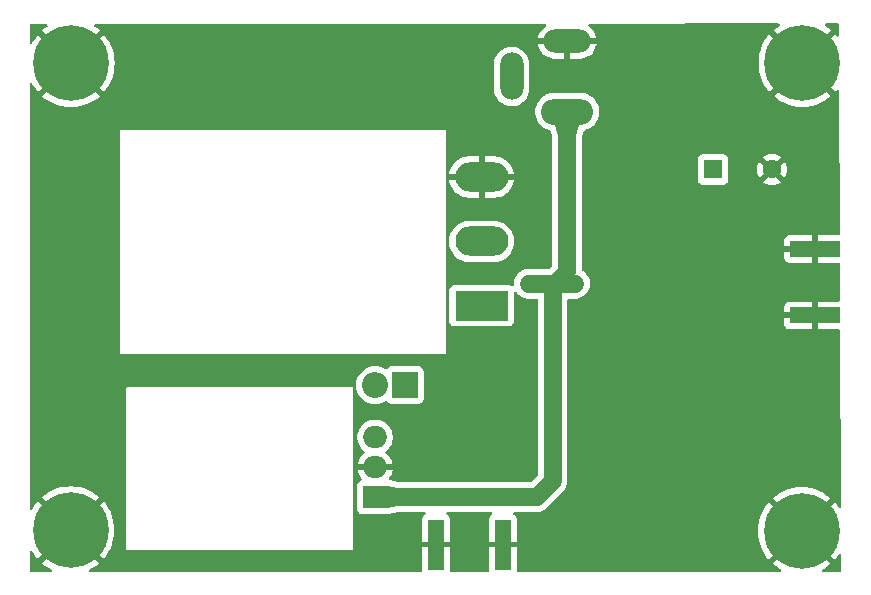
<source format=gbr>
%TF.GenerationSoftware,KiCad,Pcbnew,8.99.0-unknown-8ec1016ccf~178~ubuntu22.04.1*%
%TF.CreationDate,2024-05-09T20:44:09+05:30*%
%TF.ProjectId,HF-PA-v10,48462d50-412d-4763-9130-2e6b69636164,rev?*%
%TF.SameCoordinates,Original*%
%TF.FileFunction,Copper,L2,Bot*%
%TF.FilePolarity,Positive*%
%FSLAX46Y46*%
G04 Gerber Fmt 4.6, Leading zero omitted, Abs format (unit mm)*
G04 Created by KiCad (PCBNEW 8.99.0-unknown-8ec1016ccf~178~ubuntu22.04.1) date 2024-05-09 20:44:09*
%MOMM*%
%LPD*%
G01*
G04 APERTURE LIST*
%TA.AperFunction,ComponentPad*%
%ADD10C,0.800000*%
%TD*%
%TA.AperFunction,ComponentPad*%
%ADD11C,6.400000*%
%TD*%
%TA.AperFunction,SMDPad,CuDef*%
%ADD12R,4.200000X1.350000*%
%TD*%
%TA.AperFunction,ComponentPad*%
%ADD13O,4.400000X2.200000*%
%TD*%
%TA.AperFunction,ComponentPad*%
%ADD14O,4.000000X2.000000*%
%TD*%
%TA.AperFunction,ComponentPad*%
%ADD15O,2.000000X4.000000*%
%TD*%
%TA.AperFunction,ComponentPad*%
%ADD16R,2.000000X1.905000*%
%TD*%
%TA.AperFunction,ComponentPad*%
%ADD17O,2.000000X1.905000*%
%TD*%
%TA.AperFunction,SMDPad,CuDef*%
%ADD18R,1.350000X4.200000*%
%TD*%
%TA.AperFunction,ComponentPad*%
%ADD19R,4.500000X2.500000*%
%TD*%
%TA.AperFunction,ComponentPad*%
%ADD20O,4.500000X2.500000*%
%TD*%
%TA.AperFunction,ComponentPad*%
%ADD21R,2.200000X2.200000*%
%TD*%
%TA.AperFunction,ComponentPad*%
%ADD22O,2.200000X2.200000*%
%TD*%
%TA.AperFunction,ComponentPad*%
%ADD23R,1.600000X1.600000*%
%TD*%
%TA.AperFunction,ComponentPad*%
%ADD24C,1.600000*%
%TD*%
%TA.AperFunction,ViaPad*%
%ADD25C,0.800000*%
%TD*%
%TA.AperFunction,Conductor*%
%ADD26C,1.500000*%
%TD*%
G04 APERTURE END LIST*
D10*
%TO.P,H3,1,1*%
%TO.N,GND*%
X139400000Y-105720000D03*
X140102944Y-104022944D03*
X140102944Y-107417056D03*
X141800000Y-103320000D03*
D11*
X141800000Y-105720000D03*
D10*
X141800000Y-108120000D03*
X143497056Y-104022944D03*
X143497056Y-107417056D03*
X144200000Y-105720000D03*
%TD*%
D12*
%TO.P,RF_OUT1,2,Ext*%
%TO.N,GND*%
X204807500Y-87545000D03*
X204807500Y-81895000D03*
%TD*%
D13*
%TO.P,Power1,1*%
%TO.N,+VDC*%
X183850000Y-70312500D03*
D14*
%TO.P,Power1,2*%
%TO.N,GND*%
X183850000Y-64312500D03*
D15*
%TO.P,Power1,3*%
%TO.N,unconnected-(Power1-Pad3)*%
X179150000Y-67312500D03*
%TD*%
D10*
%TO.P,H4,1,1*%
%TO.N,GND*%
X201300000Y-105790000D03*
X202002944Y-104092944D03*
X202002944Y-107487056D03*
X203700000Y-103390000D03*
D11*
X203700000Y-105790000D03*
D10*
X203700000Y-108190000D03*
X205397056Y-104092944D03*
X205397056Y-107487056D03*
X206100000Y-105790000D03*
%TD*%
D16*
%TO.P,U3,1,VI*%
%TO.N,+VDC*%
X167580000Y-102930000D03*
D17*
%TO.P,U3,2,GND*%
%TO.N,GND*%
X167580000Y-100390000D03*
%TO.P,U3,3,VO*%
%TO.N,Net-(D1-A)*%
X167580000Y-97850000D03*
%TD*%
D18*
%TO.P,RF_IN1,2,Ext*%
%TO.N,GND*%
X172745000Y-106940000D03*
X178395000Y-106940000D03*
%TD*%
D19*
%TO.P,Q1,1,G*%
%TO.N,Net-(Q1-G)*%
X176600000Y-86720000D03*
D20*
%TO.P,Q1,2,D*%
%TO.N,/DRAIN*%
X176600000Y-81270000D03*
%TO.P,Q1,3,S*%
%TO.N,GND*%
X176600000Y-75820000D03*
%TD*%
D21*
%TO.P,D1,1,K*%
%TO.N,11.5V*%
X170110000Y-93430000D03*
D22*
%TO.P,D1,2,A*%
%TO.N,Net-(D1-A)*%
X167570000Y-93430000D03*
%TD*%
D23*
%TO.P,C6,1*%
%TO.N,+VDC*%
X196187349Y-75180000D03*
D24*
%TO.P,C6,2*%
%TO.N,GND*%
X201187349Y-75180000D03*
%TD*%
D10*
%TO.P,H1,1,1*%
%TO.N,GND*%
X139430000Y-66200000D03*
X140132944Y-64502944D03*
X140132944Y-67897056D03*
X141830000Y-63800000D03*
D11*
X141830000Y-66200000D03*
D10*
X141830000Y-68600000D03*
X143527056Y-64502944D03*
X143527056Y-67897056D03*
X144230000Y-66200000D03*
%TD*%
%TO.P,H2,1,1*%
%TO.N,GND*%
X201352944Y-66177944D03*
X202055888Y-64480888D03*
X202055888Y-67875000D03*
X203752944Y-63777944D03*
D11*
X203752944Y-66177944D03*
D10*
X203752944Y-68577944D03*
X205450000Y-64480888D03*
X205450000Y-67875000D03*
X206152944Y-66177944D03*
%TD*%
D25*
%TO.N,GND*%
X143980000Y-76400000D03*
X197820000Y-64080000D03*
X164810000Y-92610000D03*
X141680000Y-98740000D03*
X143980000Y-71320000D03*
X141470000Y-89050000D03*
X157950000Y-65770000D03*
X141470000Y-76340000D03*
X201370000Y-97830000D03*
X167160000Y-106730000D03*
X192740000Y-64080000D03*
X190140000Y-66590000D03*
X167830000Y-65770000D03*
X163310000Y-91370000D03*
X175450000Y-65770000D03*
X153280000Y-70470000D03*
X198830000Y-97830000D03*
X150850000Y-65770000D03*
X165990000Y-70470000D03*
X172340000Y-91340000D03*
X192060000Y-100340000D03*
X190200000Y-64080000D03*
X206170000Y-78980000D03*
X164770000Y-91340000D03*
X195220000Y-66590000D03*
X193690000Y-100340000D03*
X192370000Y-105840000D03*
X153390000Y-65770000D03*
X168050000Y-91290000D03*
X187040000Y-97830000D03*
X201310000Y-100340000D03*
X172910000Y-65770000D03*
X147260000Y-91290000D03*
X196230000Y-94700000D03*
X203660000Y-76380000D03*
X147210000Y-92570000D03*
X193750000Y-97830000D03*
X189770000Y-108350000D03*
X141470000Y-78880000D03*
X198830000Y-92190000D03*
X196290000Y-97830000D03*
X152340000Y-91290000D03*
X203660000Y-71300000D03*
X155870000Y-68280000D03*
X144190000Y-96260000D03*
X157890000Y-68280000D03*
X172870000Y-70450000D03*
X197450000Y-105840000D03*
X160430000Y-68280000D03*
X167010000Y-91290000D03*
X205970000Y-92210000D03*
X203460000Y-94690000D03*
X169120000Y-91290000D03*
X161570000Y-92620000D03*
X196230000Y-100340000D03*
X206170000Y-76440000D03*
X148310000Y-65770000D03*
X163030000Y-65770000D03*
X163450000Y-70470000D03*
X143980000Y-86570000D03*
X165510000Y-68280000D03*
X167160000Y-108140000D03*
X169040000Y-108100000D03*
X195280000Y-64080000D03*
X196290000Y-92190000D03*
X171209837Y-91316574D03*
X150790000Y-68280000D03*
X203660000Y-73840000D03*
X141470000Y-86510000D03*
X144190000Y-98800000D03*
X154880000Y-91290000D03*
X161620000Y-91340000D03*
X193690000Y-94700000D03*
X192310000Y-108350000D03*
X175390000Y-68280000D03*
X201370000Y-92190000D03*
X141470000Y-73800000D03*
X197760000Y-66590000D03*
X154830000Y-92570000D03*
X148200000Y-70470000D03*
X170310000Y-68280000D03*
X141470000Y-83970000D03*
X143980000Y-78940000D03*
X143980000Y-81490000D03*
X192680000Y-66590000D03*
X205970000Y-94750000D03*
X170330000Y-70450000D03*
X170370000Y-65770000D03*
X197390000Y-108350000D03*
X141680000Y-101280000D03*
X184440000Y-100340000D03*
X159490000Y-92620000D03*
X149800000Y-91290000D03*
X178700000Y-100050000D03*
X170160000Y-91290000D03*
X175410000Y-70450000D03*
X184500000Y-97830000D03*
X152290000Y-92570000D03*
X194850000Y-108350000D03*
X189580000Y-97830000D03*
X162970000Y-68280000D03*
X150740000Y-70470000D03*
X155820000Y-70470000D03*
X167790000Y-70450000D03*
X167770000Y-68280000D03*
X143980000Y-73860000D03*
X159540000Y-91340000D03*
X144190000Y-101340000D03*
X173054721Y-100470673D03*
X160910000Y-70470000D03*
X206170000Y-71360000D03*
X173060000Y-99190000D03*
X160490000Y-65770000D03*
X201310000Y-94700000D03*
X157030000Y-91280000D03*
X163350000Y-92640000D03*
X143980000Y-84030000D03*
X149750000Y-92570000D03*
X189520000Y-100340000D03*
X141470000Y-81430000D03*
X203660000Y-78920000D03*
X155930000Y-65770000D03*
X169040000Y-106770000D03*
X198770000Y-100340000D03*
X165960000Y-91290000D03*
X206170000Y-73900000D03*
X141680000Y-93660000D03*
X148250000Y-68280000D03*
X141680000Y-96200000D03*
X198770000Y-94700000D03*
X144190000Y-93720000D03*
X193750000Y-92190000D03*
X141470000Y-71260000D03*
X165570000Y-65770000D03*
X143980000Y-89110000D03*
X153330000Y-68280000D03*
X203460000Y-92150000D03*
X172850000Y-68280000D03*
X192120000Y-97830000D03*
X189830000Y-105840000D03*
X194910000Y-105840000D03*
X186980000Y-100340000D03*
X156980000Y-92560000D03*
%TO.N,+VDC*%
X181570000Y-84800000D03*
X184460000Y-84870000D03*
X182570000Y-91450000D03*
X182640000Y-94920000D03*
X182590000Y-84860000D03*
X183420000Y-84210000D03*
X180560000Y-84830000D03*
%TD*%
D26*
%TO.N,+VDC*%
X183850000Y-83840000D02*
X183850000Y-70312500D01*
X167580000Y-102930000D02*
X181250000Y-102930000D01*
X182620000Y-85070000D02*
X183850000Y-83840000D01*
X181250000Y-102930000D02*
X182620000Y-101560000D01*
X182590000Y-84860000D02*
X180590000Y-84860000D01*
X182620000Y-101560000D02*
X182620000Y-85070000D01*
X182590000Y-84860000D02*
X184520000Y-84860000D01*
%TD*%
%TA.AperFunction,Conductor*%
%TO.N,GND*%
G36*
X139891004Y-107275442D02*
G01*
X139852944Y-107367328D01*
X139852944Y-107466784D01*
X139891004Y-107558670D01*
X139961330Y-107628996D01*
X140053216Y-107667056D01*
X140152672Y-107667056D01*
X140244554Y-107628997D01*
X139364648Y-108508903D01*
X139364649Y-108508904D01*
X139622206Y-108717468D01*
X139947456Y-108928689D01*
X140146319Y-109030015D01*
X140197115Y-109077989D01*
X140213910Y-109145810D01*
X140191373Y-109211945D01*
X140136658Y-109255397D01*
X140090024Y-109264500D01*
X138454500Y-109264500D01*
X138387461Y-109244815D01*
X138341706Y-109192011D01*
X138330500Y-109140500D01*
X138330500Y-107577172D01*
X138350185Y-107510133D01*
X138402989Y-107464378D01*
X138472147Y-107454434D01*
X138535703Y-107483459D01*
X138564985Y-107520877D01*
X138591310Y-107572543D01*
X138802531Y-107897793D01*
X139011095Y-108155350D01*
X139011096Y-108155350D01*
X139891004Y-107275442D01*
G37*
%TD.AperFunction*%
%TA.AperFunction,Conductor*%
G36*
X201786070Y-62834724D02*
G01*
X201831882Y-62887478D01*
X201841900Y-62956626D01*
X201812943Y-63020213D01*
X201786679Y-63043106D01*
X201575146Y-63180478D01*
X201317592Y-63389039D01*
X201317592Y-63389040D01*
X202197499Y-64268946D01*
X202105616Y-64230888D01*
X202006160Y-64230888D01*
X201914274Y-64268948D01*
X201843948Y-64339274D01*
X201805888Y-64431160D01*
X201805888Y-64530616D01*
X201843946Y-64622498D01*
X200964040Y-63742592D01*
X200964039Y-63742592D01*
X200755475Y-64000150D01*
X200544254Y-64325400D01*
X200368188Y-64670949D01*
X200229206Y-65033007D01*
X200128831Y-65407613D01*
X200128830Y-65407620D01*
X200068163Y-65790656D01*
X200047866Y-66177943D01*
X200047866Y-66177944D01*
X200068163Y-66565231D01*
X200128830Y-66948267D01*
X200128831Y-66948274D01*
X200229206Y-67322880D01*
X200368188Y-67684938D01*
X200544254Y-68030487D01*
X200755475Y-68355737D01*
X200964039Y-68613294D01*
X200964040Y-68613294D01*
X201843948Y-67733386D01*
X201805888Y-67825272D01*
X201805888Y-67924728D01*
X201843948Y-68016614D01*
X201914274Y-68086940D01*
X202006160Y-68125000D01*
X202105616Y-68125000D01*
X202197498Y-68086941D01*
X201317592Y-68966847D01*
X201317593Y-68966848D01*
X201575150Y-69175412D01*
X201900400Y-69386633D01*
X202245949Y-69562699D01*
X202608007Y-69701681D01*
X202982613Y-69802056D01*
X202982620Y-69802057D01*
X203365656Y-69862724D01*
X203752943Y-69883022D01*
X203752945Y-69883022D01*
X204140231Y-69862724D01*
X204523267Y-69802057D01*
X204523274Y-69802056D01*
X204897880Y-69701681D01*
X205259938Y-69562699D01*
X205605487Y-69386633D01*
X205930727Y-69175420D01*
X205930729Y-69175419D01*
X206188293Y-68966846D01*
X205308387Y-68086940D01*
X205400272Y-68125000D01*
X205499728Y-68125000D01*
X205591614Y-68086940D01*
X205661940Y-68016614D01*
X205700000Y-67924728D01*
X205700000Y-67825272D01*
X205661940Y-67733387D01*
X206541847Y-68613294D01*
X206679287Y-68443569D01*
X206736774Y-68403857D01*
X206806604Y-68401529D01*
X206866608Y-68437324D01*
X206897735Y-68499877D01*
X206899652Y-68521162D01*
X206942652Y-80595558D01*
X206923207Y-80662668D01*
X206870566Y-80708610D01*
X206818653Y-80720000D01*
X205057500Y-80720000D01*
X205057500Y-83070000D01*
X206827905Y-83070000D01*
X206894944Y-83089685D01*
X206940699Y-83142489D01*
X206951903Y-83193556D01*
X206954937Y-84045351D01*
X206962772Y-86245558D01*
X206943326Y-86312668D01*
X206890686Y-86358610D01*
X206838773Y-86370000D01*
X205057500Y-86370000D01*
X205057500Y-88720000D01*
X206848024Y-88720000D01*
X206915063Y-88739685D01*
X206960818Y-88792489D01*
X206972023Y-88843558D01*
X207024919Y-103697379D01*
X207005474Y-103764489D01*
X206952833Y-103810431D01*
X206883710Y-103820621D01*
X206820052Y-103791823D01*
X206796925Y-103765356D01*
X206697468Y-103612206D01*
X206488904Y-103354649D01*
X206488903Y-103354648D01*
X205608997Y-104234553D01*
X205647056Y-104142672D01*
X205647056Y-104043216D01*
X205608996Y-103951330D01*
X205538670Y-103881004D01*
X205446784Y-103842944D01*
X205347328Y-103842944D01*
X205255443Y-103881003D01*
X206135350Y-103001096D01*
X206135350Y-103001095D01*
X205877793Y-102792531D01*
X205552543Y-102581310D01*
X205206994Y-102405244D01*
X204844936Y-102266262D01*
X204470330Y-102165887D01*
X204470323Y-102165886D01*
X204087287Y-102105219D01*
X203700001Y-102084922D01*
X203699999Y-102084922D01*
X203312712Y-102105219D01*
X202929676Y-102165886D01*
X202929669Y-102165887D01*
X202555063Y-102266262D01*
X202193005Y-102405244D01*
X201847456Y-102581310D01*
X201522206Y-102792531D01*
X201264648Y-103001095D01*
X201264648Y-103001096D01*
X202144555Y-103881002D01*
X202052672Y-103842944D01*
X201953216Y-103842944D01*
X201861330Y-103881004D01*
X201791004Y-103951330D01*
X201752944Y-104043216D01*
X201752944Y-104142672D01*
X201791002Y-104234554D01*
X200911096Y-103354648D01*
X200911095Y-103354648D01*
X200702531Y-103612206D01*
X200491310Y-103937456D01*
X200315244Y-104283005D01*
X200176262Y-104645063D01*
X200075887Y-105019669D01*
X200075886Y-105019676D01*
X200015219Y-105402712D01*
X199994922Y-105789999D01*
X199994922Y-105790000D01*
X200015219Y-106177287D01*
X200075886Y-106560323D01*
X200075887Y-106560330D01*
X200176262Y-106934936D01*
X200315244Y-107296994D01*
X200491310Y-107642543D01*
X200702531Y-107967793D01*
X200911095Y-108225350D01*
X200911096Y-108225350D01*
X201791004Y-107345442D01*
X201752944Y-107437328D01*
X201752944Y-107536784D01*
X201791004Y-107628670D01*
X201861330Y-107698996D01*
X201953216Y-107737056D01*
X202052672Y-107737056D01*
X202144554Y-107698997D01*
X201264648Y-108578903D01*
X201264649Y-108578904D01*
X201522206Y-108787468D01*
X201847456Y-108998689D01*
X201908936Y-109030015D01*
X201959732Y-109077989D01*
X201976527Y-109145810D01*
X201953990Y-109211945D01*
X201899275Y-109255397D01*
X201852641Y-109264500D01*
X179689052Y-109264500D01*
X179622013Y-109244815D01*
X179576258Y-109192011D01*
X179565763Y-109127244D01*
X179569999Y-109087844D01*
X179570000Y-109087827D01*
X179570000Y-107190000D01*
X177220000Y-107190000D01*
X177220000Y-109087844D01*
X177224237Y-109127244D01*
X177211832Y-109196004D01*
X177164222Y-109247141D01*
X177100948Y-109264500D01*
X174039052Y-109264500D01*
X173972013Y-109244815D01*
X173926258Y-109192011D01*
X173915763Y-109127244D01*
X173919999Y-109087844D01*
X173920000Y-109087827D01*
X173920000Y-107190000D01*
X171570000Y-107190000D01*
X171570000Y-109087844D01*
X171574237Y-109127244D01*
X171561832Y-109196004D01*
X171514222Y-109247141D01*
X171450948Y-109264500D01*
X143509976Y-109264500D01*
X143442937Y-109244815D01*
X143397182Y-109192011D01*
X143387238Y-109122853D01*
X143416263Y-109059297D01*
X143453681Y-109030015D01*
X143652543Y-108928689D01*
X143977783Y-108717476D01*
X143977785Y-108717475D01*
X144235349Y-108508902D01*
X143355443Y-107628996D01*
X143447328Y-107667056D01*
X143546784Y-107667056D01*
X143638670Y-107628996D01*
X143708996Y-107558670D01*
X143747056Y-107466784D01*
X143747056Y-107367328D01*
X143708996Y-107275443D01*
X144588902Y-108155349D01*
X144797475Y-107897785D01*
X144797476Y-107897783D01*
X145008689Y-107572543D01*
X145184755Y-107226994D01*
X145323737Y-106864936D01*
X145424112Y-106490330D01*
X145424113Y-106490323D01*
X145484780Y-106107287D01*
X145505078Y-105720000D01*
X145505078Y-105719999D01*
X145484780Y-105332712D01*
X145424113Y-104949676D01*
X145424112Y-104949669D01*
X145323737Y-104575063D01*
X145184755Y-104213005D01*
X145008689Y-103867456D01*
X144797468Y-103542206D01*
X144588904Y-103284649D01*
X144588903Y-103284648D01*
X143708997Y-104164553D01*
X143747056Y-104072672D01*
X143747056Y-103973216D01*
X143708996Y-103881330D01*
X143638670Y-103811004D01*
X143546784Y-103772944D01*
X143447328Y-103772944D01*
X143355443Y-103811003D01*
X144235350Y-102931096D01*
X144235350Y-102931095D01*
X143977793Y-102722531D01*
X143652543Y-102511310D01*
X143306994Y-102335244D01*
X142944936Y-102196262D01*
X142570330Y-102095887D01*
X142570323Y-102095886D01*
X142187287Y-102035219D01*
X141800001Y-102014922D01*
X141799999Y-102014922D01*
X141412712Y-102035219D01*
X141029676Y-102095886D01*
X141029669Y-102095887D01*
X140655063Y-102196262D01*
X140293005Y-102335244D01*
X139947456Y-102511310D01*
X139622206Y-102722531D01*
X139364648Y-102931095D01*
X139364648Y-102931096D01*
X140244555Y-103811002D01*
X140152672Y-103772944D01*
X140053216Y-103772944D01*
X139961330Y-103811004D01*
X139891004Y-103881330D01*
X139852944Y-103973216D01*
X139852944Y-104072672D01*
X139891002Y-104164554D01*
X139011096Y-103284648D01*
X139011095Y-103284648D01*
X138802531Y-103542206D01*
X138591310Y-103867456D01*
X138564985Y-103919122D01*
X138517010Y-103969918D01*
X138449189Y-103986713D01*
X138383054Y-103964175D01*
X138339603Y-103909460D01*
X138330500Y-103862827D01*
X138330500Y-93659081D01*
X146509500Y-93659081D01*
X146509500Y-93659082D01*
X146509500Y-107340918D01*
X146539082Y-107370500D01*
X165680918Y-107370500D01*
X165710500Y-107340918D01*
X165710500Y-97735646D01*
X166079500Y-97735646D01*
X166079500Y-97964353D01*
X166115278Y-98190246D01*
X166115278Y-98190249D01*
X166185950Y-98407755D01*
X166284275Y-98600727D01*
X166289783Y-98611538D01*
X166424214Y-98796566D01*
X166585934Y-98958286D01*
X166670864Y-99019991D01*
X166713529Y-99075321D01*
X166719508Y-99144935D01*
X166686902Y-99206730D01*
X166670864Y-99220627D01*
X166586257Y-99282097D01*
X166424597Y-99443757D01*
X166290211Y-99628723D01*
X166186417Y-99832429D01*
X166115765Y-100049871D01*
X166101491Y-100140000D01*
X167089252Y-100140000D01*
X167067482Y-100177708D01*
X167030000Y-100317591D01*
X167030000Y-100462409D01*
X167067482Y-100602292D01*
X167089252Y-100640000D01*
X166101491Y-100640000D01*
X166115765Y-100730128D01*
X166186417Y-100947570D01*
X166290213Y-101151279D01*
X166423011Y-101334060D01*
X166446491Y-101399866D01*
X166430666Y-101467920D01*
X166380560Y-101516615D01*
X166366026Y-101523127D01*
X166337671Y-101533702D01*
X166337664Y-101533706D01*
X166222455Y-101619952D01*
X166222452Y-101619955D01*
X166136206Y-101735164D01*
X166136202Y-101735171D01*
X166085908Y-101870017D01*
X166079501Y-101929616D01*
X166079500Y-101929635D01*
X166079500Y-103930370D01*
X166079501Y-103930376D01*
X166085908Y-103989983D01*
X166136202Y-104124828D01*
X166136206Y-104124835D01*
X166222452Y-104240044D01*
X166222455Y-104240047D01*
X166337664Y-104326293D01*
X166337671Y-104326297D01*
X166472517Y-104376591D01*
X166472516Y-104376591D01*
X166479444Y-104377335D01*
X166532127Y-104383000D01*
X168522248Y-104382999D01*
X168538275Y-104384039D01*
X168540992Y-104384393D01*
X168547589Y-104385253D01*
X168577209Y-104383274D01*
X168585470Y-104382999D01*
X168627871Y-104382999D01*
X168627872Y-104382999D01*
X168687483Y-104376591D01*
X168687492Y-104376587D01*
X168692214Y-104375472D01*
X168694923Y-104374863D01*
X169596404Y-104183210D01*
X169622190Y-104180500D01*
X171744089Y-104180500D01*
X171811128Y-104200185D01*
X171856883Y-104252989D01*
X171866827Y-104322147D01*
X171837802Y-104385703D01*
X171818400Y-104403766D01*
X171712812Y-104482809D01*
X171712809Y-104482812D01*
X171626649Y-104597906D01*
X171626645Y-104597913D01*
X171576403Y-104732620D01*
X171576401Y-104732627D01*
X171570000Y-104792155D01*
X171570000Y-106690000D01*
X173920000Y-106690000D01*
X173920000Y-104792172D01*
X173919999Y-104792155D01*
X173913598Y-104732627D01*
X173913596Y-104732620D01*
X173863354Y-104597913D01*
X173863350Y-104597906D01*
X173777190Y-104482812D01*
X173777187Y-104482809D01*
X173671600Y-104403766D01*
X173629729Y-104347832D01*
X173624745Y-104278141D01*
X173658231Y-104216818D01*
X173719554Y-104183334D01*
X173745911Y-104180500D01*
X177394089Y-104180500D01*
X177461128Y-104200185D01*
X177506883Y-104252989D01*
X177516827Y-104322147D01*
X177487802Y-104385703D01*
X177468400Y-104403766D01*
X177362812Y-104482809D01*
X177362809Y-104482812D01*
X177276649Y-104597906D01*
X177276645Y-104597913D01*
X177226403Y-104732620D01*
X177226401Y-104732627D01*
X177220000Y-104792155D01*
X177220000Y-106690000D01*
X179570000Y-106690000D01*
X179570000Y-104792172D01*
X179569999Y-104792155D01*
X179563598Y-104732627D01*
X179563596Y-104732620D01*
X179513354Y-104597913D01*
X179513350Y-104597906D01*
X179427190Y-104482812D01*
X179427187Y-104482809D01*
X179321600Y-104403766D01*
X179279729Y-104347832D01*
X179274745Y-104278141D01*
X179308231Y-104216818D01*
X179369554Y-104183334D01*
X179395911Y-104180500D01*
X181348422Y-104180500D01*
X181542826Y-104149709D01*
X181730026Y-104088884D01*
X181905405Y-103999524D01*
X182064646Y-103883828D01*
X183573829Y-102374645D01*
X183689524Y-102215405D01*
X183778884Y-102040026D01*
X183839709Y-101852826D01*
X183853943Y-101762957D01*
X183870500Y-101658421D01*
X183870500Y-88267844D01*
X202207500Y-88267844D01*
X202213901Y-88327372D01*
X202213903Y-88327379D01*
X202264145Y-88462086D01*
X202264149Y-88462093D01*
X202350309Y-88577187D01*
X202350312Y-88577190D01*
X202465406Y-88663350D01*
X202465413Y-88663354D01*
X202600120Y-88713596D01*
X202600127Y-88713598D01*
X202659655Y-88719999D01*
X202659672Y-88720000D01*
X204557500Y-88720000D01*
X204557500Y-87795000D01*
X202207500Y-87795000D01*
X202207500Y-88267844D01*
X183870500Y-88267844D01*
X183870500Y-86822155D01*
X202207500Y-86822155D01*
X202207500Y-87295000D01*
X204557500Y-87295000D01*
X204557500Y-86370000D01*
X202659655Y-86370000D01*
X202600127Y-86376401D01*
X202600120Y-86376403D01*
X202465413Y-86426645D01*
X202465406Y-86426649D01*
X202350312Y-86512809D01*
X202350309Y-86512812D01*
X202264149Y-86627906D01*
X202264145Y-86627913D01*
X202213903Y-86762620D01*
X202213901Y-86762627D01*
X202207500Y-86822155D01*
X183870500Y-86822155D01*
X183870500Y-86234500D01*
X183890185Y-86167461D01*
X183942989Y-86121706D01*
X183994500Y-86110500D01*
X184618422Y-86110500D01*
X184812826Y-86079709D01*
X185000025Y-86018884D01*
X185175405Y-85929524D01*
X185334646Y-85813828D01*
X185473828Y-85674646D01*
X185589524Y-85515405D01*
X185678884Y-85340025D01*
X185739709Y-85152826D01*
X185746104Y-85112452D01*
X185770500Y-84958422D01*
X185770500Y-84761577D01*
X185739709Y-84567173D01*
X185678882Y-84379970D01*
X185589523Y-84204594D01*
X185473828Y-84045354D01*
X185334646Y-83906172D01*
X185175405Y-83790476D01*
X185175406Y-83790476D01*
X185175404Y-83790475D01*
X185168201Y-83786805D01*
X185117407Y-83738828D01*
X185100500Y-83676322D01*
X185100500Y-82617844D01*
X202207500Y-82617844D01*
X202213901Y-82677372D01*
X202213903Y-82677379D01*
X202264145Y-82812086D01*
X202264149Y-82812093D01*
X202350309Y-82927187D01*
X202350312Y-82927190D01*
X202465406Y-83013350D01*
X202465413Y-83013354D01*
X202600120Y-83063596D01*
X202600127Y-83063598D01*
X202659655Y-83069999D01*
X202659672Y-83070000D01*
X204557500Y-83070000D01*
X204557500Y-82145000D01*
X202207500Y-82145000D01*
X202207500Y-82617844D01*
X185100500Y-82617844D01*
X185100500Y-81172155D01*
X202207500Y-81172155D01*
X202207500Y-81645000D01*
X204557500Y-81645000D01*
X204557500Y-80720000D01*
X202659655Y-80720000D01*
X202600127Y-80726401D01*
X202600120Y-80726403D01*
X202465413Y-80776645D01*
X202465406Y-80776649D01*
X202350312Y-80862809D01*
X202350309Y-80862812D01*
X202264149Y-80977906D01*
X202264145Y-80977913D01*
X202213903Y-81112620D01*
X202213901Y-81112627D01*
X202207500Y-81172155D01*
X185100500Y-81172155D01*
X185100500Y-74332135D01*
X194886849Y-74332135D01*
X194886849Y-76027870D01*
X194886850Y-76027876D01*
X194893257Y-76087483D01*
X194943551Y-76222328D01*
X194943555Y-76222335D01*
X195029801Y-76337544D01*
X195029804Y-76337547D01*
X195145013Y-76423793D01*
X195145020Y-76423797D01*
X195279866Y-76474091D01*
X195279865Y-76474091D01*
X195286793Y-76474835D01*
X195339476Y-76480500D01*
X197035221Y-76480499D01*
X197094832Y-76474091D01*
X197229680Y-76423796D01*
X197344895Y-76337546D01*
X197431145Y-76222331D01*
X197481440Y-76087483D01*
X197487849Y-76027873D01*
X197487848Y-75179997D01*
X199882383Y-75179997D01*
X199882383Y-75180002D01*
X199902207Y-75406599D01*
X199902209Y-75406610D01*
X199961079Y-75626317D01*
X199961084Y-75626331D01*
X200057212Y-75832478D01*
X200108323Y-75905472D01*
X200787349Y-75226446D01*
X200787349Y-75232661D01*
X200814608Y-75334394D01*
X200867269Y-75425606D01*
X200941743Y-75500080D01*
X201032955Y-75552741D01*
X201134688Y-75580000D01*
X201140902Y-75580000D01*
X200461875Y-76259025D01*
X200534862Y-76310132D01*
X200534870Y-76310136D01*
X200741017Y-76406264D01*
X200741031Y-76406269D01*
X200960738Y-76465139D01*
X200960749Y-76465141D01*
X201187347Y-76484966D01*
X201187351Y-76484966D01*
X201413948Y-76465141D01*
X201413959Y-76465139D01*
X201633666Y-76406269D01*
X201633680Y-76406264D01*
X201839827Y-76310136D01*
X201912820Y-76259024D01*
X201233796Y-75580000D01*
X201240010Y-75580000D01*
X201341743Y-75552741D01*
X201432955Y-75500080D01*
X201507429Y-75425606D01*
X201560090Y-75334394D01*
X201587349Y-75232661D01*
X201587349Y-75226447D01*
X202266373Y-75905471D01*
X202317485Y-75832478D01*
X202413613Y-75626331D01*
X202413618Y-75626317D01*
X202472488Y-75406610D01*
X202472490Y-75406599D01*
X202492315Y-75180002D01*
X202492315Y-75179997D01*
X202472490Y-74953400D01*
X202472488Y-74953389D01*
X202413618Y-74733682D01*
X202413613Y-74733668D01*
X202317485Y-74527521D01*
X202317481Y-74527513D01*
X202266374Y-74454526D01*
X201587349Y-75133551D01*
X201587349Y-75127339D01*
X201560090Y-75025606D01*
X201507429Y-74934394D01*
X201432955Y-74859920D01*
X201341743Y-74807259D01*
X201240010Y-74780000D01*
X201233797Y-74780000D01*
X201912821Y-74100974D01*
X201839827Y-74049863D01*
X201633680Y-73953735D01*
X201633666Y-73953730D01*
X201413959Y-73894860D01*
X201413948Y-73894858D01*
X201187351Y-73875034D01*
X201187347Y-73875034D01*
X200960749Y-73894858D01*
X200960738Y-73894860D01*
X200741031Y-73953730D01*
X200741022Y-73953734D01*
X200534865Y-74049866D01*
X200534861Y-74049868D01*
X200461875Y-74100973D01*
X200461875Y-74100974D01*
X201140902Y-74780000D01*
X201134688Y-74780000D01*
X201032955Y-74807259D01*
X200941743Y-74859920D01*
X200867269Y-74934394D01*
X200814608Y-75025606D01*
X200787349Y-75127339D01*
X200787349Y-75133552D01*
X200108323Y-74454526D01*
X200108322Y-74454526D01*
X200057217Y-74527512D01*
X200057215Y-74527516D01*
X199961083Y-74733673D01*
X199961079Y-74733682D01*
X199902209Y-74953389D01*
X199902207Y-74953400D01*
X199882383Y-75179997D01*
X197487848Y-75179997D01*
X197487848Y-74332128D01*
X197481440Y-74272517D01*
X197471962Y-74247106D01*
X197431146Y-74137671D01*
X197431142Y-74137664D01*
X197344896Y-74022455D01*
X197344893Y-74022452D01*
X197229684Y-73936206D01*
X197229677Y-73936202D01*
X197094831Y-73885908D01*
X197094832Y-73885908D01*
X197035232Y-73879501D01*
X197035230Y-73879500D01*
X197035222Y-73879500D01*
X197035213Y-73879500D01*
X195339478Y-73879500D01*
X195339472Y-73879501D01*
X195279865Y-73885908D01*
X195145020Y-73936202D01*
X195145013Y-73936206D01*
X195029804Y-74022452D01*
X195029801Y-74022455D01*
X194943555Y-74137664D01*
X194943551Y-74137671D01*
X194893257Y-74272517D01*
X194886850Y-74332116D01*
X194886850Y-74332123D01*
X194886849Y-74332135D01*
X185100500Y-74332135D01*
X185100500Y-72499888D01*
X185104141Y-72470060D01*
X185229227Y-71965331D01*
X185264460Y-71904995D01*
X185320650Y-71874582D01*
X185324768Y-71873592D01*
X185324785Y-71873590D01*
X185564379Y-71795741D01*
X185788845Y-71681370D01*
X185992656Y-71533293D01*
X186170793Y-71355156D01*
X186318870Y-71151345D01*
X186433241Y-70926879D01*
X186511090Y-70687285D01*
X186550500Y-70438462D01*
X186550500Y-70186538D01*
X186511090Y-69937715D01*
X186433241Y-69698121D01*
X186433239Y-69698118D01*
X186433239Y-69698116D01*
X186364240Y-69562699D01*
X186318870Y-69473655D01*
X186185446Y-69290012D01*
X186170798Y-69269850D01*
X186170794Y-69269845D01*
X185992654Y-69091705D01*
X185992649Y-69091701D01*
X185788848Y-68943632D01*
X185788847Y-68943631D01*
X185788845Y-68943630D01*
X185718747Y-68907913D01*
X185564383Y-68829260D01*
X185324785Y-68751410D01*
X185262936Y-68741614D01*
X185075962Y-68712000D01*
X182624038Y-68712000D01*
X182499626Y-68731705D01*
X182375214Y-68751410D01*
X182135616Y-68829260D01*
X181911151Y-68943632D01*
X181707350Y-69091701D01*
X181707345Y-69091705D01*
X181529205Y-69269845D01*
X181529201Y-69269850D01*
X181381132Y-69473651D01*
X181266760Y-69698116D01*
X181188910Y-69937714D01*
X181149500Y-70186538D01*
X181149500Y-70438461D01*
X181188910Y-70687285D01*
X181266760Y-70926883D01*
X181381132Y-71151348D01*
X181529201Y-71355149D01*
X181529205Y-71355154D01*
X181707345Y-71533294D01*
X181707350Y-71533298D01*
X181885117Y-71662452D01*
X181911155Y-71681370D01*
X182135621Y-71795741D01*
X182375215Y-71873590D01*
X182375235Y-71873593D01*
X182376725Y-71873951D01*
X182377246Y-71874250D01*
X182379849Y-71875096D01*
X182379671Y-71875642D01*
X182437323Y-71908730D01*
X182468036Y-71964207D01*
X182595735Y-72470527D01*
X182599500Y-72500851D01*
X182599500Y-83270664D01*
X182579815Y-83337703D01*
X182563181Y-83358345D01*
X182348345Y-83573181D01*
X182287022Y-83606666D01*
X182260664Y-83609500D01*
X180491578Y-83609500D01*
X180297173Y-83640290D01*
X180109970Y-83701117D01*
X179934594Y-83790476D01*
X179843741Y-83856485D01*
X179775354Y-83906172D01*
X179775352Y-83906174D01*
X179775351Y-83906174D01*
X179636174Y-84045351D01*
X179636174Y-84045352D01*
X179636172Y-84045354D01*
X179586485Y-84113741D01*
X179520476Y-84204594D01*
X179431117Y-84379970D01*
X179370290Y-84567173D01*
X179339500Y-84761577D01*
X179339500Y-84963289D01*
X179337213Y-84963289D01*
X179324611Y-85022473D01*
X179275424Y-85072095D01*
X179207217Y-85087248D01*
X179141645Y-85063119D01*
X179141207Y-85062792D01*
X179092335Y-85026206D01*
X179092328Y-85026202D01*
X178957482Y-84975908D01*
X178957483Y-84975908D01*
X178897883Y-84969501D01*
X178897881Y-84969500D01*
X178897873Y-84969500D01*
X178897864Y-84969500D01*
X174302129Y-84969500D01*
X174302123Y-84969501D01*
X174242516Y-84975908D01*
X174107671Y-85026202D01*
X174107664Y-85026206D01*
X173992455Y-85112452D01*
X173992452Y-85112455D01*
X173906206Y-85227664D01*
X173906202Y-85227671D01*
X173855908Y-85362517D01*
X173849501Y-85422116D01*
X173849500Y-85422135D01*
X173849500Y-88017870D01*
X173849501Y-88017876D01*
X173855908Y-88077483D01*
X173906202Y-88212328D01*
X173906206Y-88212335D01*
X173992452Y-88327544D01*
X173992455Y-88327547D01*
X174107664Y-88413793D01*
X174107671Y-88413797D01*
X174242517Y-88464091D01*
X174242516Y-88464091D01*
X174249444Y-88464835D01*
X174302127Y-88470500D01*
X178897872Y-88470499D01*
X178957483Y-88464091D01*
X179092331Y-88413796D01*
X179207546Y-88327546D01*
X179293796Y-88212331D01*
X179344091Y-88077483D01*
X179350500Y-88017873D01*
X179350499Y-85663083D01*
X179370184Y-85596045D01*
X179422987Y-85550290D01*
X179492146Y-85540346D01*
X179555702Y-85569371D01*
X179574815Y-85590195D01*
X179636172Y-85674646D01*
X179775354Y-85813828D01*
X179934595Y-85929524D01*
X180017455Y-85971743D01*
X180109970Y-86018882D01*
X180109972Y-86018882D01*
X180109975Y-86018884D01*
X180210317Y-86051487D01*
X180297173Y-86079709D01*
X180491578Y-86110500D01*
X180491583Y-86110500D01*
X181245500Y-86110500D01*
X181312539Y-86130185D01*
X181358294Y-86182989D01*
X181369500Y-86234500D01*
X181369500Y-100990664D01*
X181349815Y-101057703D01*
X181333181Y-101078345D01*
X180768345Y-101643181D01*
X180707022Y-101676666D01*
X180680664Y-101679500D01*
X169622192Y-101679500D01*
X169596406Y-101676789D01*
X169595827Y-101676666D01*
X169510009Y-101658421D01*
X168823044Y-101512372D01*
X168761563Y-101479177D01*
X168727789Y-101418012D01*
X168732445Y-101348298D01*
X168748512Y-101318197D01*
X168869788Y-101151276D01*
X168973582Y-100947570D01*
X169044234Y-100730128D01*
X169058509Y-100640000D01*
X168070748Y-100640000D01*
X168092518Y-100602292D01*
X168130000Y-100462409D01*
X168130000Y-100317591D01*
X168092518Y-100177708D01*
X168070748Y-100140000D01*
X169058509Y-100140000D01*
X169044234Y-100049871D01*
X168973582Y-99832429D01*
X168869788Y-99628723D01*
X168735402Y-99443757D01*
X168573742Y-99282097D01*
X168489135Y-99220626D01*
X168446470Y-99165296D01*
X168440491Y-99095682D01*
X168473097Y-99033887D01*
X168489125Y-99019999D01*
X168574066Y-98958286D01*
X168735786Y-98796566D01*
X168870217Y-98611538D01*
X168974048Y-98407758D01*
X169044722Y-98190245D01*
X169080500Y-97964354D01*
X169080500Y-97735646D01*
X169044722Y-97509755D01*
X169044721Y-97509751D01*
X169044721Y-97509750D01*
X168974049Y-97292244D01*
X168870216Y-97088461D01*
X168735786Y-96903434D01*
X168574066Y-96741714D01*
X168389038Y-96607283D01*
X168185255Y-96503450D01*
X167967748Y-96432778D01*
X167798326Y-96405944D01*
X167741854Y-96397000D01*
X167418146Y-96397000D01*
X167342849Y-96408926D01*
X167192253Y-96432778D01*
X167192250Y-96432778D01*
X166974744Y-96503450D01*
X166770961Y-96607283D01*
X166665396Y-96683980D01*
X166585934Y-96741714D01*
X166585932Y-96741716D01*
X166585931Y-96741716D01*
X166424216Y-96903431D01*
X166424216Y-96903432D01*
X166424214Y-96903434D01*
X166366480Y-96982896D01*
X166289783Y-97088461D01*
X166185950Y-97292244D01*
X166115278Y-97509750D01*
X166115278Y-97509753D01*
X166079500Y-97735646D01*
X165710500Y-97735646D01*
X165710500Y-93659082D01*
X165680918Y-93629500D01*
X146580918Y-93629500D01*
X146539082Y-93629500D01*
X146539081Y-93629500D01*
X146509500Y-93659081D01*
X138330500Y-93659081D01*
X138330500Y-93430000D01*
X165964551Y-93430000D01*
X165984317Y-93681151D01*
X166043126Y-93926110D01*
X166139533Y-94158859D01*
X166271160Y-94373653D01*
X166271161Y-94373656D01*
X166271164Y-94373659D01*
X166434776Y-94565224D01*
X166583066Y-94691875D01*
X166626343Y-94728838D01*
X166626346Y-94728839D01*
X166841140Y-94860466D01*
X167073889Y-94956873D01*
X167318852Y-95015683D01*
X167570000Y-95035449D01*
X167821148Y-95015683D01*
X168066111Y-94956873D01*
X168298859Y-94860466D01*
X168431019Y-94779477D01*
X168498461Y-94761234D01*
X168565064Y-94782350D01*
X168595072Y-94810894D01*
X168652455Y-94887547D01*
X168767664Y-94973793D01*
X168767671Y-94973797D01*
X168902517Y-95024091D01*
X168902516Y-95024091D01*
X168909444Y-95024835D01*
X168962127Y-95030500D01*
X171257872Y-95030499D01*
X171317483Y-95024091D01*
X171452331Y-94973796D01*
X171567546Y-94887546D01*
X171653796Y-94772331D01*
X171704091Y-94637483D01*
X171710500Y-94577873D01*
X171710499Y-92282128D01*
X171704091Y-92222517D01*
X171670017Y-92131161D01*
X171653797Y-92087671D01*
X171653793Y-92087664D01*
X171567547Y-91972455D01*
X171567544Y-91972452D01*
X171452335Y-91886206D01*
X171452328Y-91886202D01*
X171317482Y-91835908D01*
X171317483Y-91835908D01*
X171257883Y-91829501D01*
X171257881Y-91829500D01*
X171257873Y-91829500D01*
X171257864Y-91829500D01*
X168962129Y-91829500D01*
X168962123Y-91829501D01*
X168902516Y-91835908D01*
X168767671Y-91886202D01*
X168767664Y-91886206D01*
X168652455Y-91972452D01*
X168595072Y-92049105D01*
X168539138Y-92090976D01*
X168469446Y-92095959D01*
X168431016Y-92080520D01*
X168298859Y-91999533D01*
X168066110Y-91903126D01*
X167821151Y-91844317D01*
X167570000Y-91824551D01*
X167318848Y-91844317D01*
X167073889Y-91903126D01*
X166841140Y-91999533D01*
X166626346Y-92131160D01*
X166626343Y-92131161D01*
X166434776Y-92294776D01*
X166271161Y-92486343D01*
X166271160Y-92486346D01*
X166139533Y-92701140D01*
X166043126Y-92933889D01*
X165984317Y-93178848D01*
X165964551Y-93430000D01*
X138330500Y-93430000D01*
X138330500Y-71909081D01*
X145949500Y-71909081D01*
X145949500Y-71909082D01*
X145949500Y-90740918D01*
X145979082Y-90770500D01*
X173570918Y-90770500D01*
X173600500Y-90740918D01*
X173600500Y-81155258D01*
X173849500Y-81155258D01*
X173849500Y-81384741D01*
X173874012Y-81570920D01*
X173879452Y-81612238D01*
X173938842Y-81833887D01*
X174026650Y-82045876D01*
X174026657Y-82045890D01*
X174141392Y-82244617D01*
X174281081Y-82426661D01*
X174281089Y-82426670D01*
X174443330Y-82588911D01*
X174443338Y-82588918D01*
X174625382Y-82728607D01*
X174625385Y-82728608D01*
X174625388Y-82728611D01*
X174824112Y-82843344D01*
X174824117Y-82843346D01*
X174824123Y-82843349D01*
X174915480Y-82881190D01*
X175036113Y-82931158D01*
X175257762Y-82990548D01*
X175485266Y-83020500D01*
X175485273Y-83020500D01*
X177714727Y-83020500D01*
X177714734Y-83020500D01*
X177942238Y-82990548D01*
X178163887Y-82931158D01*
X178375888Y-82843344D01*
X178574612Y-82728611D01*
X178756661Y-82588919D01*
X178756665Y-82588914D01*
X178756670Y-82588911D01*
X178918911Y-82426670D01*
X178918914Y-82426665D01*
X178918919Y-82426661D01*
X179058611Y-82244612D01*
X179173344Y-82045888D01*
X179261158Y-81833887D01*
X179320548Y-81612238D01*
X179350500Y-81384734D01*
X179350500Y-81155266D01*
X179320548Y-80927762D01*
X179261158Y-80706113D01*
X179173344Y-80494112D01*
X179058611Y-80295388D01*
X179058608Y-80295385D01*
X179058607Y-80295382D01*
X178957764Y-80163962D01*
X178918919Y-80113339D01*
X178918918Y-80113338D01*
X178918911Y-80113330D01*
X178756670Y-79951089D01*
X178756661Y-79951081D01*
X178574617Y-79811392D01*
X178375890Y-79696657D01*
X178375876Y-79696650D01*
X178163887Y-79608842D01*
X177942238Y-79549452D01*
X177904215Y-79544446D01*
X177714741Y-79519500D01*
X177714734Y-79519500D01*
X175485266Y-79519500D01*
X175485258Y-79519500D01*
X175268715Y-79548009D01*
X175257762Y-79549452D01*
X175164076Y-79574554D01*
X175036112Y-79608842D01*
X174824123Y-79696650D01*
X174824109Y-79696657D01*
X174625382Y-79811392D01*
X174443338Y-79951081D01*
X174281081Y-80113338D01*
X174141392Y-80295382D01*
X174026657Y-80494109D01*
X174026650Y-80494123D01*
X173938842Y-80706112D01*
X173879453Y-80927759D01*
X173879451Y-80927770D01*
X173849500Y-81155258D01*
X173600500Y-81155258D01*
X173600500Y-75569999D01*
X173867811Y-75569999D01*
X173867812Y-75570000D01*
X175891759Y-75570000D01*
X175878822Y-75601233D01*
X175850000Y-75746131D01*
X175850000Y-75893869D01*
X175878822Y-76038767D01*
X175891759Y-76070000D01*
X173867812Y-76070000D01*
X173879942Y-76162137D01*
X173939318Y-76383730D01*
X174027102Y-76595659D01*
X174027106Y-76595668D01*
X174141809Y-76794338D01*
X174281455Y-76976329D01*
X174281461Y-76976336D01*
X174443663Y-77138538D01*
X174443670Y-77138544D01*
X174625661Y-77278190D01*
X174824331Y-77392893D01*
X174824340Y-77392897D01*
X175036269Y-77480681D01*
X175257862Y-77540057D01*
X175485289Y-77569998D01*
X175485306Y-77570000D01*
X176350000Y-77570000D01*
X176350000Y-76528240D01*
X176381233Y-76541178D01*
X176526131Y-76570000D01*
X176673869Y-76570000D01*
X176818767Y-76541178D01*
X176850000Y-76528240D01*
X176850000Y-77570000D01*
X177714694Y-77570000D01*
X177714710Y-77569998D01*
X177942137Y-77540057D01*
X178163730Y-77480681D01*
X178375659Y-77392897D01*
X178375668Y-77392893D01*
X178574338Y-77278190D01*
X178756329Y-77138544D01*
X178756336Y-77138538D01*
X178918538Y-76976336D01*
X178918544Y-76976329D01*
X179058190Y-76794338D01*
X179172893Y-76595668D01*
X179172897Y-76595659D01*
X179260681Y-76383730D01*
X179320057Y-76162137D01*
X179332188Y-76070000D01*
X177308241Y-76070000D01*
X177321178Y-76038767D01*
X177350000Y-75893869D01*
X177350000Y-75746131D01*
X177321178Y-75601233D01*
X177308241Y-75570000D01*
X179332188Y-75570000D01*
X179332188Y-75569999D01*
X179320057Y-75477862D01*
X179260681Y-75256269D01*
X179172897Y-75044340D01*
X179172893Y-75044331D01*
X179058190Y-74845661D01*
X178918544Y-74663670D01*
X178918538Y-74663663D01*
X178756336Y-74501461D01*
X178756329Y-74501455D01*
X178574338Y-74361809D01*
X178375668Y-74247106D01*
X178375659Y-74247102D01*
X178163730Y-74159318D01*
X177942137Y-74099942D01*
X177714710Y-74070001D01*
X177714694Y-74070000D01*
X176850000Y-74070000D01*
X176850000Y-75111759D01*
X176818767Y-75098822D01*
X176673869Y-75070000D01*
X176526131Y-75070000D01*
X176381233Y-75098822D01*
X176350000Y-75111759D01*
X176350000Y-74070000D01*
X175485306Y-74070000D01*
X175485289Y-74070001D01*
X175257862Y-74099942D01*
X175036269Y-74159318D01*
X174824340Y-74247102D01*
X174824331Y-74247106D01*
X174625661Y-74361809D01*
X174443670Y-74501455D01*
X174443663Y-74501461D01*
X174281461Y-74663663D01*
X174281455Y-74663670D01*
X174141809Y-74845661D01*
X174027106Y-75044331D01*
X174027102Y-75044340D01*
X173939318Y-75256269D01*
X173879942Y-75477862D01*
X173867811Y-75569999D01*
X173600500Y-75569999D01*
X173600500Y-71909082D01*
X173570918Y-71879500D01*
X146020918Y-71879500D01*
X145979082Y-71879500D01*
X145979081Y-71879500D01*
X145949500Y-71909081D01*
X138330500Y-71909081D01*
X138330500Y-67998293D01*
X138350185Y-67931254D01*
X138402989Y-67885499D01*
X138472147Y-67875555D01*
X138535703Y-67904580D01*
X138564985Y-67941999D01*
X138621307Y-68052538D01*
X138621308Y-68052541D01*
X138832531Y-68377793D01*
X139041095Y-68635350D01*
X139041096Y-68635350D01*
X139921004Y-67755442D01*
X139882944Y-67847328D01*
X139882944Y-67946784D01*
X139921004Y-68038670D01*
X139991330Y-68108996D01*
X140083216Y-68147056D01*
X140182672Y-68147056D01*
X140274554Y-68108997D01*
X139394648Y-68988903D01*
X139394649Y-68988904D01*
X139652206Y-69197468D01*
X139977456Y-69408689D01*
X140323005Y-69584755D01*
X140685063Y-69723737D01*
X141059669Y-69824112D01*
X141059676Y-69824113D01*
X141442712Y-69884780D01*
X141829999Y-69905078D01*
X141830001Y-69905078D01*
X142217287Y-69884780D01*
X142600323Y-69824113D01*
X142600330Y-69824112D01*
X142974936Y-69723737D01*
X143336994Y-69584755D01*
X143682543Y-69408689D01*
X144007783Y-69197476D01*
X144007785Y-69197475D01*
X144265349Y-68988902D01*
X143385443Y-68108996D01*
X143477328Y-68147056D01*
X143576784Y-68147056D01*
X143668670Y-68108996D01*
X143738996Y-68038670D01*
X143777056Y-67946784D01*
X143777056Y-67847328D01*
X143738996Y-67755443D01*
X144618902Y-68635349D01*
X144827475Y-68377785D01*
X144827476Y-68377783D01*
X145038689Y-68052543D01*
X145214755Y-67706994D01*
X145353737Y-67344936D01*
X145454112Y-66970330D01*
X145454113Y-66970323D01*
X145514780Y-66587287D01*
X145535078Y-66200000D01*
X145535078Y-66199999D01*
X145534785Y-66194402D01*
X177649500Y-66194402D01*
X177649500Y-68430597D01*
X177686446Y-68663868D01*
X177759433Y-68888496D01*
X177810594Y-68988904D01*
X177866657Y-69098933D01*
X178005483Y-69290010D01*
X178172490Y-69457017D01*
X178363567Y-69595843D01*
X178462991Y-69646502D01*
X178574003Y-69703066D01*
X178574005Y-69703066D01*
X178574008Y-69703068D01*
X178694412Y-69742189D01*
X178798631Y-69776053D01*
X179031903Y-69813000D01*
X179031908Y-69813000D01*
X179268097Y-69813000D01*
X179501368Y-69776053D01*
X179725992Y-69703068D01*
X179936433Y-69595843D01*
X180127510Y-69457017D01*
X180294517Y-69290010D01*
X180433343Y-69098933D01*
X180540568Y-68888492D01*
X180613553Y-68663868D01*
X180635038Y-68528216D01*
X180650500Y-68430597D01*
X180650500Y-66194402D01*
X180613553Y-65961131D01*
X180540566Y-65736503D01*
X180433342Y-65526066D01*
X180294517Y-65334990D01*
X180127510Y-65167983D01*
X179936433Y-65029157D01*
X179725996Y-64921933D01*
X179501368Y-64848946D01*
X179268097Y-64812000D01*
X179268092Y-64812000D01*
X179031908Y-64812000D01*
X179031903Y-64812000D01*
X178798631Y-64848946D01*
X178574003Y-64921933D01*
X178363566Y-65029157D01*
X178267889Y-65098671D01*
X178172490Y-65167983D01*
X178172488Y-65167985D01*
X178172487Y-65167985D01*
X178005485Y-65334987D01*
X178005485Y-65334988D01*
X178005483Y-65334990D01*
X177986283Y-65361417D01*
X177866657Y-65526066D01*
X177759433Y-65736503D01*
X177686446Y-65961131D01*
X177649500Y-66194402D01*
X145534785Y-66194402D01*
X145514780Y-65812712D01*
X145454113Y-65429676D01*
X145454112Y-65429669D01*
X145353737Y-65055063D01*
X145214755Y-64693005D01*
X145038689Y-64347456D01*
X144827468Y-64022206D01*
X144618904Y-63764649D01*
X144618903Y-63764648D01*
X143738997Y-64644553D01*
X143777056Y-64552672D01*
X143777056Y-64453216D01*
X143738996Y-64361330D01*
X143668670Y-64291004D01*
X143576784Y-64252944D01*
X143477328Y-64252944D01*
X143385443Y-64291003D01*
X144265350Y-63411096D01*
X144265350Y-63411095D01*
X144007793Y-63202531D01*
X143857837Y-63105148D01*
X143812334Y-63052127D01*
X143802720Y-62982922D01*
X143832047Y-62919505D01*
X143891004Y-62882011D01*
X143925232Y-62877153D01*
X181948052Y-62836336D01*
X182015107Y-62855948D01*
X182060919Y-62908702D01*
X182070937Y-62977850D01*
X182041980Y-63041437D01*
X182021066Y-63060653D01*
X181872814Y-63168365D01*
X181705866Y-63335313D01*
X181567085Y-63526328D01*
X181459897Y-63736697D01*
X181386934Y-63961252D01*
X181370898Y-64062500D01*
X182416988Y-64062500D01*
X182384075Y-64119507D01*
X182350000Y-64246674D01*
X182350000Y-64378326D01*
X182384075Y-64505493D01*
X182416988Y-64562500D01*
X181370898Y-64562500D01*
X181386934Y-64663747D01*
X181459897Y-64888302D01*
X181567085Y-65098671D01*
X181705866Y-65289686D01*
X181872813Y-65456633D01*
X182063828Y-65595414D01*
X182274197Y-65702602D01*
X182498752Y-65775565D01*
X182498751Y-65775565D01*
X182731948Y-65812500D01*
X183600000Y-65812500D01*
X183600000Y-64812500D01*
X184100000Y-64812500D01*
X184100000Y-65812500D01*
X184968052Y-65812500D01*
X185201247Y-65775565D01*
X185425802Y-65702602D01*
X185636171Y-65595414D01*
X185827186Y-65456633D01*
X185994133Y-65289686D01*
X186132914Y-65098671D01*
X186240102Y-64888302D01*
X186313065Y-64663747D01*
X186329102Y-64562500D01*
X185283012Y-64562500D01*
X185315925Y-64505493D01*
X185350000Y-64378326D01*
X185350000Y-64246674D01*
X185315925Y-64119507D01*
X185283012Y-64062500D01*
X186329102Y-64062500D01*
X186313065Y-63961252D01*
X186240102Y-63736697D01*
X186132914Y-63526328D01*
X185994133Y-63335313D01*
X185827186Y-63168366D01*
X185673321Y-63056576D01*
X185630656Y-63001246D01*
X185624677Y-62931632D01*
X185657283Y-62869837D01*
X185718122Y-62835480D01*
X185746061Y-62832259D01*
X201719015Y-62815112D01*
X201786070Y-62834724D01*
G37*
%TD.AperFunction*%
%TA.AperFunction,Conductor*%
G36*
X206488902Y-108225349D02*
G01*
X206697475Y-107967785D01*
X206697475Y-107967783D01*
X206811744Y-107791825D01*
X206864765Y-107746322D01*
X206933970Y-107736707D01*
X206997387Y-107766034D01*
X207034881Y-107824991D01*
X207039738Y-107858918D01*
X207044302Y-109140058D01*
X207024857Y-109207167D01*
X206972216Y-109253110D01*
X206920303Y-109264500D01*
X205547359Y-109264500D01*
X205480320Y-109244815D01*
X205434565Y-109192011D01*
X205424621Y-109122853D01*
X205453646Y-109059297D01*
X205491064Y-109030015D01*
X205552543Y-108998689D01*
X205877783Y-108787476D01*
X205877785Y-108787475D01*
X206135349Y-108578902D01*
X205255443Y-107698996D01*
X205347328Y-107737056D01*
X205446784Y-107737056D01*
X205538670Y-107698996D01*
X205608996Y-107628670D01*
X205647056Y-107536784D01*
X205647056Y-107437328D01*
X205608996Y-107345443D01*
X206488902Y-108225349D01*
G37*
%TD.AperFunction*%
%TA.AperFunction,Conductor*%
G36*
X205538668Y-107275115D02*
G01*
X205446784Y-107237056D01*
X205347328Y-107237056D01*
X205255442Y-107275116D01*
X205185116Y-107345442D01*
X205147056Y-107437328D01*
X205147056Y-107536784D01*
X205185115Y-107628668D01*
X204640698Y-107084251D01*
X204742330Y-107010412D01*
X204920412Y-106832330D01*
X204994251Y-106730698D01*
X205538668Y-107275115D01*
G37*
%TD.AperFunction*%
%TA.AperFunction,Conductor*%
G36*
X202479588Y-106832330D02*
G01*
X202657670Y-107010412D01*
X202759300Y-107084251D01*
X202214885Y-107628666D01*
X202252944Y-107536784D01*
X202252944Y-107437328D01*
X202214884Y-107345442D01*
X202144558Y-107275116D01*
X202052672Y-107237056D01*
X201953216Y-107237056D01*
X201861330Y-107275116D01*
X202405748Y-106730698D01*
X202479588Y-106832330D01*
G37*
%TD.AperFunction*%
%TA.AperFunction,Conductor*%
G36*
X143638668Y-107205115D02*
G01*
X143546784Y-107167056D01*
X143447328Y-107167056D01*
X143355442Y-107205116D01*
X143285116Y-107275442D01*
X143247056Y-107367328D01*
X143247056Y-107466784D01*
X143285115Y-107558668D01*
X142740698Y-107014251D01*
X142842330Y-106940412D01*
X143020412Y-106762330D01*
X143094251Y-106660698D01*
X143638668Y-107205115D01*
G37*
%TD.AperFunction*%
%TA.AperFunction,Conductor*%
G36*
X140579588Y-106762330D02*
G01*
X140757670Y-106940412D01*
X140859300Y-107014251D01*
X140314885Y-107558666D01*
X140352944Y-107466784D01*
X140352944Y-107367328D01*
X140314884Y-107275442D01*
X140244558Y-107205116D01*
X140152672Y-107167056D01*
X140053216Y-107167056D01*
X139961330Y-107205116D01*
X140505748Y-106660698D01*
X140579588Y-106762330D01*
G37*
%TD.AperFunction*%
%TA.AperFunction,Conductor*%
G36*
X202759301Y-104495748D02*
G01*
X202657670Y-104569588D01*
X202479588Y-104747670D01*
X202405748Y-104849300D01*
X201861333Y-104304885D01*
X201953216Y-104342944D01*
X202052672Y-104342944D01*
X202144558Y-104304884D01*
X202214884Y-104234558D01*
X202252944Y-104142672D01*
X202252944Y-104043216D01*
X202214885Y-103951332D01*
X202759301Y-104495748D01*
G37*
%TD.AperFunction*%
%TA.AperFunction,Conductor*%
G36*
X205147056Y-104043216D02*
G01*
X205147056Y-104142672D01*
X205185116Y-104234558D01*
X205255442Y-104304884D01*
X205347328Y-104342944D01*
X205446784Y-104342944D01*
X205538665Y-104304885D01*
X204994251Y-104849300D01*
X204920412Y-104747670D01*
X204742330Y-104569588D01*
X204640698Y-104495748D01*
X205185115Y-103951331D01*
X205147056Y-104043216D01*
G37*
%TD.AperFunction*%
%TA.AperFunction,Conductor*%
G36*
X140859301Y-104425748D02*
G01*
X140757670Y-104499588D01*
X140579588Y-104677670D01*
X140505748Y-104779300D01*
X139961333Y-104234885D01*
X140053216Y-104272944D01*
X140152672Y-104272944D01*
X140244558Y-104234884D01*
X140314884Y-104164558D01*
X140352944Y-104072672D01*
X140352944Y-103973216D01*
X140314885Y-103881332D01*
X140859301Y-104425748D01*
G37*
%TD.AperFunction*%
%TA.AperFunction,Conductor*%
G36*
X143247056Y-103973216D02*
G01*
X143247056Y-104072672D01*
X143285116Y-104164558D01*
X143355442Y-104234884D01*
X143447328Y-104272944D01*
X143546784Y-104272944D01*
X143638665Y-104234885D01*
X143094251Y-104779300D01*
X143020412Y-104677670D01*
X142842330Y-104499588D01*
X142740698Y-104425748D01*
X143285115Y-103881331D01*
X143247056Y-103973216D01*
G37*
%TD.AperFunction*%
%TA.AperFunction,Conductor*%
G36*
X143668668Y-67685115D02*
G01*
X143576784Y-67647056D01*
X143477328Y-67647056D01*
X143385442Y-67685116D01*
X143315116Y-67755442D01*
X143277056Y-67847328D01*
X143277056Y-67946784D01*
X143315115Y-68038668D01*
X142770698Y-67494251D01*
X142872330Y-67420412D01*
X143050412Y-67242330D01*
X143124251Y-67140698D01*
X143668668Y-67685115D01*
G37*
%TD.AperFunction*%
%TA.AperFunction,Conductor*%
G36*
X140609588Y-67242330D02*
G01*
X140787670Y-67420412D01*
X140889300Y-67494251D01*
X140344885Y-68038666D01*
X140382944Y-67946784D01*
X140382944Y-67847328D01*
X140344884Y-67755442D01*
X140274558Y-67685116D01*
X140182672Y-67647056D01*
X140083216Y-67647056D01*
X139991330Y-67685116D01*
X140535748Y-67140698D01*
X140609588Y-67242330D01*
G37*
%TD.AperFunction*%
%TA.AperFunction,Conductor*%
G36*
X205591612Y-67663059D02*
G01*
X205499728Y-67625000D01*
X205400272Y-67625000D01*
X205308386Y-67663060D01*
X205238060Y-67733386D01*
X205200000Y-67825272D01*
X205200000Y-67924728D01*
X205238059Y-68016612D01*
X204693642Y-67472195D01*
X204795274Y-67398356D01*
X204973356Y-67220274D01*
X205047195Y-67118642D01*
X205591612Y-67663059D01*
G37*
%TD.AperFunction*%
%TA.AperFunction,Conductor*%
G36*
X202532532Y-67220274D02*
G01*
X202710614Y-67398356D01*
X202812244Y-67472195D01*
X202267829Y-68016610D01*
X202305888Y-67924728D01*
X202305888Y-67825272D01*
X202267828Y-67733386D01*
X202197502Y-67663060D01*
X202105616Y-67625000D01*
X202006160Y-67625000D01*
X201914274Y-67663060D01*
X202458692Y-67118642D01*
X202532532Y-67220274D01*
G37*
%TD.AperFunction*%
%TA.AperFunction,Conductor*%
G36*
X140889301Y-64905748D02*
G01*
X140787670Y-64979588D01*
X140609588Y-65157670D01*
X140535748Y-65259300D01*
X139991333Y-64714885D01*
X140083216Y-64752944D01*
X140182672Y-64752944D01*
X140274558Y-64714884D01*
X140344884Y-64644558D01*
X140382944Y-64552672D01*
X140382944Y-64453216D01*
X140344885Y-64361332D01*
X140889301Y-64905748D01*
G37*
%TD.AperFunction*%
%TA.AperFunction,Conductor*%
G36*
X143277056Y-64453216D02*
G01*
X143277056Y-64552672D01*
X143315116Y-64644558D01*
X143385442Y-64714884D01*
X143477328Y-64752944D01*
X143576784Y-64752944D01*
X143668665Y-64714885D01*
X143124251Y-65259300D01*
X143050412Y-65157670D01*
X142872330Y-64979588D01*
X142770698Y-64905748D01*
X143315115Y-64361331D01*
X143277056Y-64453216D01*
G37*
%TD.AperFunction*%
%TA.AperFunction,Conductor*%
G36*
X202812245Y-64883692D02*
G01*
X202710614Y-64957532D01*
X202532532Y-65135614D01*
X202458692Y-65237244D01*
X201914277Y-64692829D01*
X202006160Y-64730888D01*
X202105616Y-64730888D01*
X202197502Y-64692828D01*
X202267828Y-64622502D01*
X202305888Y-64530616D01*
X202305888Y-64431160D01*
X202267829Y-64339276D01*
X202812245Y-64883692D01*
G37*
%TD.AperFunction*%
%TA.AperFunction,Conductor*%
G36*
X205200000Y-64431160D02*
G01*
X205200000Y-64530616D01*
X205238060Y-64622502D01*
X205308386Y-64692828D01*
X205400272Y-64730888D01*
X205499728Y-64730888D01*
X205591609Y-64692829D01*
X205047195Y-65237244D01*
X204973356Y-65135614D01*
X204795274Y-64957532D01*
X204693642Y-64883692D01*
X205238059Y-64339275D01*
X205200000Y-64431160D01*
G37*
%TD.AperFunction*%
%TA.AperFunction,Conductor*%
G36*
X139794615Y-62901272D02*
G01*
X139840427Y-62954026D01*
X139850445Y-63023174D01*
X139821488Y-63086761D01*
X139795224Y-63109654D01*
X139652202Y-63202534D01*
X139394648Y-63411095D01*
X139394648Y-63411096D01*
X140274555Y-64291002D01*
X140182672Y-64252944D01*
X140083216Y-64252944D01*
X139991330Y-64291004D01*
X139921004Y-64361330D01*
X139882944Y-64453216D01*
X139882944Y-64552672D01*
X139921002Y-64644554D01*
X139041096Y-63764648D01*
X139041095Y-63764648D01*
X138832531Y-64022206D01*
X138621310Y-64347456D01*
X138564985Y-64458001D01*
X138517010Y-64508797D01*
X138449189Y-64525592D01*
X138383055Y-64503055D01*
X138339603Y-64448340D01*
X138330500Y-64401706D01*
X138330500Y-63007026D01*
X138350185Y-62939987D01*
X138402989Y-62894232D01*
X138454363Y-62883026D01*
X139727558Y-62881660D01*
X139794615Y-62901272D01*
G37*
%TD.AperFunction*%
%TA.AperFunction,Conductor*%
G36*
X206822682Y-62829318D02*
G01*
X206868494Y-62882072D01*
X206879754Y-62933263D01*
X206882887Y-63813136D01*
X206863441Y-63880246D01*
X206810801Y-63926188D01*
X206741678Y-63936378D01*
X206678019Y-63907579D01*
X206662522Y-63891614D01*
X206541847Y-63742592D01*
X205661941Y-64622497D01*
X205700000Y-64530616D01*
X205700000Y-64431160D01*
X205661940Y-64339274D01*
X205591614Y-64268948D01*
X205499728Y-64230888D01*
X205400272Y-64230888D01*
X205308387Y-64268947D01*
X206188294Y-63389040D01*
X206188294Y-63389039D01*
X205930737Y-63180475D01*
X205712498Y-63038748D01*
X205666995Y-62985727D01*
X205657381Y-62916522D01*
X205686708Y-62853105D01*
X205745665Y-62815611D01*
X205779898Y-62810753D01*
X206755624Y-62809705D01*
X206822682Y-62829318D01*
G37*
%TD.AperFunction*%
%TD*%
%TA.AperFunction,Conductor*%
%TO.N,+VDC*%
G36*
X183857939Y-70320160D02*
G01*
X183858655Y-70320870D01*
X184455856Y-70967410D01*
X184845721Y-71389485D01*
X184848817Y-71397888D01*
X184848482Y-71400238D01*
X184602202Y-72393985D01*
X184596886Y-72401191D01*
X184590846Y-72402871D01*
X183109116Y-72402871D01*
X183100843Y-72399444D01*
X183097771Y-72394032D01*
X182851535Y-71417710D01*
X182852835Y-71408850D01*
X182854222Y-71406979D01*
X183841412Y-70320947D01*
X183849512Y-70317131D01*
X183857939Y-70320160D01*
G37*
%TD.AperFunction*%
%TD*%
%TA.AperFunction,Conductor*%
%TO.N,+VDC*%
G36*
X168586029Y-101978781D02*
G01*
X169523234Y-102178030D01*
X169530613Y-102183101D01*
X169532500Y-102189473D01*
X169532500Y-103670526D01*
X169529073Y-103678799D01*
X169523233Y-103681970D01*
X168586031Y-103881217D01*
X168577226Y-103879586D01*
X168575533Y-103878249D01*
X168143944Y-103467571D01*
X167587906Y-102938475D01*
X167584276Y-102930290D01*
X167587496Y-102921935D01*
X167587895Y-102921535D01*
X168575534Y-101981749D01*
X168583888Y-101978530D01*
X168586029Y-101978781D01*
G37*
%TD.AperFunction*%
%TD*%
M02*

</source>
